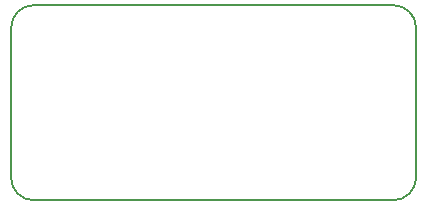
<source format=gko>
%TF.GenerationSoftware,KiCad,Pcbnew,4.0.5-e0-6337~49~ubuntu16.04.1*%
%TF.CreationDate,2017-01-09T19:52:44-08:00*%
%TF.ProjectId,avr-programmer,6176722D70726F6772616D6D65722E6B,v1.0*%
%TF.FileFunction,Profile,NP*%
%FSLAX46Y46*%
G04 Gerber Fmt 4.6, Leading zero omitted, Abs format (unit mm)*
G04 Created by KiCad (PCBNEW 4.0.5-e0-6337~49~ubuntu16.04.1) date Mon Jan  9 19:52:44 2017*
%MOMM*%
%LPD*%
G01*
G04 APERTURE LIST*
%ADD10C,0.350000*%
%ADD11C,0.152400*%
G04 APERTURE END LIST*
D10*
D11*
X129540000Y-92075000D02*
X102870000Y-92075000D01*
X133350000Y-92075000D02*
X129540000Y-92075000D01*
X135255000Y-77470000D02*
X135255000Y-90170000D01*
X133350000Y-75565000D02*
X102870000Y-75565000D01*
X100965000Y-77470000D02*
X100965000Y-90170000D01*
X100965000Y-90170000D02*
G75*
G03X102870000Y-92075000I1905000J0D01*
G01*
X102870000Y-75565000D02*
G75*
G03X100965000Y-77470000I0J-1905000D01*
G01*
X133350000Y-92075000D02*
G75*
G03X135255000Y-90170000I0J1905000D01*
G01*
X135255000Y-77470000D02*
G75*
G03X133350000Y-75565000I-1905000J0D01*
G01*
M02*

</source>
